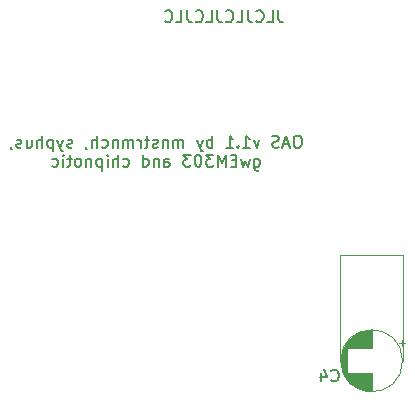
<source format=gbr>
%TF.GenerationSoftware,KiCad,Pcbnew,(6.0.0)*%
%TF.CreationDate,2022-03-19T09:51:22+00:00*%
%TF.ProjectId,open-amiga-samplerV1,6f70656e-2d61-46d6-9967-612d73616d70,rev?*%
%TF.SameCoordinates,Original*%
%TF.FileFunction,Legend,Bot*%
%TF.FilePolarity,Positive*%
%FSLAX46Y46*%
G04 Gerber Fmt 4.6, Leading zero omitted, Abs format (unit mm)*
G04 Created by KiCad (PCBNEW (6.0.0)) date 2022-03-19 09:51:22*
%MOMM*%
%LPD*%
G01*
G04 APERTURE LIST*
%ADD10C,0.120000*%
%ADD11C,0.150000*%
G04 APERTURE END LIST*
D10*
X84390000Y-45533000D02*
X84390000Y-54550000D01*
X79056000Y-45533000D02*
X84390000Y-45533000D01*
X79056000Y-54550000D02*
X79056000Y-45533000D01*
D11*
X73834047Y-24852380D02*
X73834047Y-25566666D01*
X73881666Y-25709523D01*
X73976904Y-25804761D01*
X74119761Y-25852380D01*
X74215000Y-25852380D01*
X72881666Y-25852380D02*
X73357857Y-25852380D01*
X73357857Y-24852380D01*
X71976904Y-25757142D02*
X72024523Y-25804761D01*
X72167380Y-25852380D01*
X72262619Y-25852380D01*
X72405476Y-25804761D01*
X72500714Y-25709523D01*
X72548333Y-25614285D01*
X72595952Y-25423809D01*
X72595952Y-25280952D01*
X72548333Y-25090476D01*
X72500714Y-24995238D01*
X72405476Y-24900000D01*
X72262619Y-24852380D01*
X72167380Y-24852380D01*
X72024523Y-24900000D01*
X71976904Y-24947619D01*
X71262619Y-24852380D02*
X71262619Y-25566666D01*
X71310238Y-25709523D01*
X71405476Y-25804761D01*
X71548333Y-25852380D01*
X71643571Y-25852380D01*
X70310238Y-25852380D02*
X70786428Y-25852380D01*
X70786428Y-24852380D01*
X69405476Y-25757142D02*
X69453095Y-25804761D01*
X69595952Y-25852380D01*
X69691190Y-25852380D01*
X69834047Y-25804761D01*
X69929285Y-25709523D01*
X69976904Y-25614285D01*
X70024523Y-25423809D01*
X70024523Y-25280952D01*
X69976904Y-25090476D01*
X69929285Y-24995238D01*
X69834047Y-24900000D01*
X69691190Y-24852380D01*
X69595952Y-24852380D01*
X69453095Y-24900000D01*
X69405476Y-24947619D01*
X68691190Y-24852380D02*
X68691190Y-25566666D01*
X68738809Y-25709523D01*
X68834047Y-25804761D01*
X68976904Y-25852380D01*
X69072142Y-25852380D01*
X67738809Y-25852380D02*
X68215000Y-25852380D01*
X68215000Y-24852380D01*
X66834047Y-25757142D02*
X66881666Y-25804761D01*
X67024523Y-25852380D01*
X67119761Y-25852380D01*
X67262619Y-25804761D01*
X67357857Y-25709523D01*
X67405476Y-25614285D01*
X67453095Y-25423809D01*
X67453095Y-25280952D01*
X67405476Y-25090476D01*
X67357857Y-24995238D01*
X67262619Y-24900000D01*
X67119761Y-24852380D01*
X67024523Y-24852380D01*
X66881666Y-24900000D01*
X66834047Y-24947619D01*
X66119761Y-24852380D02*
X66119761Y-25566666D01*
X66167380Y-25709523D01*
X66262619Y-25804761D01*
X66405476Y-25852380D01*
X66500714Y-25852380D01*
X65167380Y-25852380D02*
X65643571Y-25852380D01*
X65643571Y-24852380D01*
X64262619Y-25757142D02*
X64310238Y-25804761D01*
X64453095Y-25852380D01*
X64548333Y-25852380D01*
X64691190Y-25804761D01*
X64786428Y-25709523D01*
X64834047Y-25614285D01*
X64881666Y-25423809D01*
X64881666Y-25280952D01*
X64834047Y-25090476D01*
X64786428Y-24995238D01*
X64691190Y-24900000D01*
X64548333Y-24852380D01*
X64453095Y-24852380D01*
X64310238Y-24900000D01*
X64262619Y-24947619D01*
X75571428Y-35477380D02*
X75380952Y-35477380D01*
X75285714Y-35525000D01*
X75190476Y-35620238D01*
X75142857Y-35810714D01*
X75142857Y-36144047D01*
X75190476Y-36334523D01*
X75285714Y-36429761D01*
X75380952Y-36477380D01*
X75571428Y-36477380D01*
X75666666Y-36429761D01*
X75761904Y-36334523D01*
X75809523Y-36144047D01*
X75809523Y-35810714D01*
X75761904Y-35620238D01*
X75666666Y-35525000D01*
X75571428Y-35477380D01*
X74761904Y-36191666D02*
X74285714Y-36191666D01*
X74857142Y-36477380D02*
X74523809Y-35477380D01*
X74190476Y-36477380D01*
X73904761Y-36429761D02*
X73761904Y-36477380D01*
X73523809Y-36477380D01*
X73428571Y-36429761D01*
X73380952Y-36382142D01*
X73333333Y-36286904D01*
X73333333Y-36191666D01*
X73380952Y-36096428D01*
X73428571Y-36048809D01*
X73523809Y-36001190D01*
X73714285Y-35953571D01*
X73809523Y-35905952D01*
X73857142Y-35858333D01*
X73904761Y-35763095D01*
X73904761Y-35667857D01*
X73857142Y-35572619D01*
X73809523Y-35525000D01*
X73714285Y-35477380D01*
X73476190Y-35477380D01*
X73333333Y-35525000D01*
X72238095Y-35810714D02*
X72000000Y-36477380D01*
X71761904Y-35810714D01*
X70857142Y-36477380D02*
X71428571Y-36477380D01*
X71142857Y-36477380D02*
X71142857Y-35477380D01*
X71238095Y-35620238D01*
X71333333Y-35715476D01*
X71428571Y-35763095D01*
X70428571Y-36382142D02*
X70380952Y-36429761D01*
X70428571Y-36477380D01*
X70476190Y-36429761D01*
X70428571Y-36382142D01*
X70428571Y-36477380D01*
X69428571Y-36477380D02*
X70000000Y-36477380D01*
X69714285Y-36477380D02*
X69714285Y-35477380D01*
X69809523Y-35620238D01*
X69904761Y-35715476D01*
X70000000Y-35763095D01*
X68238095Y-36477380D02*
X68238095Y-35477380D01*
X68238095Y-35858333D02*
X68142857Y-35810714D01*
X67952380Y-35810714D01*
X67857142Y-35858333D01*
X67809523Y-35905952D01*
X67761904Y-36001190D01*
X67761904Y-36286904D01*
X67809523Y-36382142D01*
X67857142Y-36429761D01*
X67952380Y-36477380D01*
X68142857Y-36477380D01*
X68238095Y-36429761D01*
X67428571Y-35810714D02*
X67190476Y-36477380D01*
X66952380Y-35810714D02*
X67190476Y-36477380D01*
X67285714Y-36715476D01*
X67333333Y-36763095D01*
X67428571Y-36810714D01*
X65809523Y-36477380D02*
X65809523Y-35810714D01*
X65809523Y-35905952D02*
X65761904Y-35858333D01*
X65666666Y-35810714D01*
X65523809Y-35810714D01*
X65428571Y-35858333D01*
X65380952Y-35953571D01*
X65380952Y-36477380D01*
X65380952Y-35953571D02*
X65333333Y-35858333D01*
X65238095Y-35810714D01*
X65095238Y-35810714D01*
X65000000Y-35858333D01*
X64952380Y-35953571D01*
X64952380Y-36477380D01*
X64476190Y-35810714D02*
X64476190Y-36477380D01*
X64476190Y-35905952D02*
X64428571Y-35858333D01*
X64333333Y-35810714D01*
X64190476Y-35810714D01*
X64095238Y-35858333D01*
X64047619Y-35953571D01*
X64047619Y-36477380D01*
X63619047Y-36429761D02*
X63523809Y-36477380D01*
X63333333Y-36477380D01*
X63238095Y-36429761D01*
X63190476Y-36334523D01*
X63190476Y-36286904D01*
X63238095Y-36191666D01*
X63333333Y-36144047D01*
X63476190Y-36144047D01*
X63571428Y-36096428D01*
X63619047Y-36001190D01*
X63619047Y-35953571D01*
X63571428Y-35858333D01*
X63476190Y-35810714D01*
X63333333Y-35810714D01*
X63238095Y-35858333D01*
X62904761Y-35810714D02*
X62523809Y-35810714D01*
X62761904Y-35477380D02*
X62761904Y-36334523D01*
X62714285Y-36429761D01*
X62619047Y-36477380D01*
X62523809Y-36477380D01*
X62190476Y-36477380D02*
X62190476Y-35810714D01*
X62190476Y-36001190D02*
X62142857Y-35905952D01*
X62095238Y-35858333D01*
X62000000Y-35810714D01*
X61904761Y-35810714D01*
X61571428Y-36477380D02*
X61571428Y-35810714D01*
X61571428Y-35905952D02*
X61523809Y-35858333D01*
X61428571Y-35810714D01*
X61285714Y-35810714D01*
X61190476Y-35858333D01*
X61142857Y-35953571D01*
X61142857Y-36477380D01*
X61142857Y-35953571D02*
X61095238Y-35858333D01*
X61000000Y-35810714D01*
X60857142Y-35810714D01*
X60761904Y-35858333D01*
X60714285Y-35953571D01*
X60714285Y-36477380D01*
X60238095Y-35810714D02*
X60238095Y-36477380D01*
X60238095Y-35905952D02*
X60190476Y-35858333D01*
X60095238Y-35810714D01*
X59952380Y-35810714D01*
X59857142Y-35858333D01*
X59809523Y-35953571D01*
X59809523Y-36477380D01*
X58904761Y-36429761D02*
X59000000Y-36477380D01*
X59190476Y-36477380D01*
X59285714Y-36429761D01*
X59333333Y-36382142D01*
X59380952Y-36286904D01*
X59380952Y-36001190D01*
X59333333Y-35905952D01*
X59285714Y-35858333D01*
X59190476Y-35810714D01*
X59000000Y-35810714D01*
X58904761Y-35858333D01*
X58476190Y-36477380D02*
X58476190Y-35477380D01*
X58047619Y-36477380D02*
X58047619Y-35953571D01*
X58095238Y-35858333D01*
X58190476Y-35810714D01*
X58333333Y-35810714D01*
X58428571Y-35858333D01*
X58476190Y-35905952D01*
X57523809Y-36429761D02*
X57523809Y-36477380D01*
X57571428Y-36572619D01*
X57619047Y-36620238D01*
X56380952Y-36429761D02*
X56285714Y-36477380D01*
X56095238Y-36477380D01*
X56000000Y-36429761D01*
X55952380Y-36334523D01*
X55952380Y-36286904D01*
X56000000Y-36191666D01*
X56095238Y-36144047D01*
X56238095Y-36144047D01*
X56333333Y-36096428D01*
X56380952Y-36001190D01*
X56380952Y-35953571D01*
X56333333Y-35858333D01*
X56238095Y-35810714D01*
X56095238Y-35810714D01*
X56000000Y-35858333D01*
X55619047Y-35810714D02*
X55380952Y-36477380D01*
X55142857Y-35810714D02*
X55380952Y-36477380D01*
X55476190Y-36715476D01*
X55523809Y-36763095D01*
X55619047Y-36810714D01*
X54761904Y-35810714D02*
X54761904Y-36810714D01*
X54761904Y-35858333D02*
X54666666Y-35810714D01*
X54476190Y-35810714D01*
X54380952Y-35858333D01*
X54333333Y-35905952D01*
X54285714Y-36001190D01*
X54285714Y-36286904D01*
X54333333Y-36382142D01*
X54380952Y-36429761D01*
X54476190Y-36477380D01*
X54666666Y-36477380D01*
X54761904Y-36429761D01*
X53857142Y-36477380D02*
X53857142Y-35477380D01*
X53428571Y-36477380D02*
X53428571Y-35953571D01*
X53476190Y-35858333D01*
X53571428Y-35810714D01*
X53714285Y-35810714D01*
X53809523Y-35858333D01*
X53857142Y-35905952D01*
X52523809Y-35810714D02*
X52523809Y-36477380D01*
X52952380Y-35810714D02*
X52952380Y-36334523D01*
X52904761Y-36429761D01*
X52809523Y-36477380D01*
X52666666Y-36477380D01*
X52571428Y-36429761D01*
X52523809Y-36382142D01*
X52095238Y-36429761D02*
X52000000Y-36477380D01*
X51809523Y-36477380D01*
X51714285Y-36429761D01*
X51666666Y-36334523D01*
X51666666Y-36286904D01*
X51714285Y-36191666D01*
X51809523Y-36144047D01*
X51952380Y-36144047D01*
X52047619Y-36096428D01*
X52095238Y-36001190D01*
X52095238Y-35953571D01*
X52047619Y-35858333D01*
X51952380Y-35810714D01*
X51809523Y-35810714D01*
X51714285Y-35858333D01*
X51190476Y-36429761D02*
X51190476Y-36477380D01*
X51238095Y-36572619D01*
X51285714Y-36620238D01*
X71809523Y-37420714D02*
X71809523Y-38230238D01*
X71857142Y-38325476D01*
X71904761Y-38373095D01*
X72000000Y-38420714D01*
X72142857Y-38420714D01*
X72238095Y-38373095D01*
X71809523Y-38039761D02*
X71904761Y-38087380D01*
X72095238Y-38087380D01*
X72190476Y-38039761D01*
X72238095Y-37992142D01*
X72285714Y-37896904D01*
X72285714Y-37611190D01*
X72238095Y-37515952D01*
X72190476Y-37468333D01*
X72095238Y-37420714D01*
X71904761Y-37420714D01*
X71809523Y-37468333D01*
X71428571Y-37420714D02*
X71238095Y-38087380D01*
X71047619Y-37611190D01*
X70857142Y-38087380D01*
X70666666Y-37420714D01*
X70285714Y-37563571D02*
X69952380Y-37563571D01*
X69809523Y-38087380D02*
X70285714Y-38087380D01*
X70285714Y-37087380D01*
X69809523Y-37087380D01*
X69380952Y-38087380D02*
X69380952Y-37087380D01*
X69047619Y-37801666D01*
X68714285Y-37087380D01*
X68714285Y-38087380D01*
X68333333Y-37087380D02*
X67714285Y-37087380D01*
X68047619Y-37468333D01*
X67904761Y-37468333D01*
X67809523Y-37515952D01*
X67761904Y-37563571D01*
X67714285Y-37658809D01*
X67714285Y-37896904D01*
X67761904Y-37992142D01*
X67809523Y-38039761D01*
X67904761Y-38087380D01*
X68190476Y-38087380D01*
X68285714Y-38039761D01*
X68333333Y-37992142D01*
X67095238Y-37087380D02*
X67000000Y-37087380D01*
X66904761Y-37135000D01*
X66857142Y-37182619D01*
X66809523Y-37277857D01*
X66761904Y-37468333D01*
X66761904Y-37706428D01*
X66809523Y-37896904D01*
X66857142Y-37992142D01*
X66904761Y-38039761D01*
X67000000Y-38087380D01*
X67095238Y-38087380D01*
X67190476Y-38039761D01*
X67238095Y-37992142D01*
X67285714Y-37896904D01*
X67333333Y-37706428D01*
X67333333Y-37468333D01*
X67285714Y-37277857D01*
X67238095Y-37182619D01*
X67190476Y-37135000D01*
X67095238Y-37087380D01*
X66428571Y-37087380D02*
X65809523Y-37087380D01*
X66142857Y-37468333D01*
X66000000Y-37468333D01*
X65904761Y-37515952D01*
X65857142Y-37563571D01*
X65809523Y-37658809D01*
X65809523Y-37896904D01*
X65857142Y-37992142D01*
X65904761Y-38039761D01*
X66000000Y-38087380D01*
X66285714Y-38087380D01*
X66380952Y-38039761D01*
X66428571Y-37992142D01*
X64190476Y-38087380D02*
X64190476Y-37563571D01*
X64238095Y-37468333D01*
X64333333Y-37420714D01*
X64523809Y-37420714D01*
X64619047Y-37468333D01*
X64190476Y-38039761D02*
X64285714Y-38087380D01*
X64523809Y-38087380D01*
X64619047Y-38039761D01*
X64666666Y-37944523D01*
X64666666Y-37849285D01*
X64619047Y-37754047D01*
X64523809Y-37706428D01*
X64285714Y-37706428D01*
X64190476Y-37658809D01*
X63714285Y-37420714D02*
X63714285Y-38087380D01*
X63714285Y-37515952D02*
X63666666Y-37468333D01*
X63571428Y-37420714D01*
X63428571Y-37420714D01*
X63333333Y-37468333D01*
X63285714Y-37563571D01*
X63285714Y-38087380D01*
X62380952Y-38087380D02*
X62380952Y-37087380D01*
X62380952Y-38039761D02*
X62476190Y-38087380D01*
X62666666Y-38087380D01*
X62761904Y-38039761D01*
X62809523Y-37992142D01*
X62857142Y-37896904D01*
X62857142Y-37611190D01*
X62809523Y-37515952D01*
X62761904Y-37468333D01*
X62666666Y-37420714D01*
X62476190Y-37420714D01*
X62380952Y-37468333D01*
X60714285Y-38039761D02*
X60809523Y-38087380D01*
X61000000Y-38087380D01*
X61095238Y-38039761D01*
X61142857Y-37992142D01*
X61190476Y-37896904D01*
X61190476Y-37611190D01*
X61142857Y-37515952D01*
X61095238Y-37468333D01*
X61000000Y-37420714D01*
X60809523Y-37420714D01*
X60714285Y-37468333D01*
X60285714Y-38087380D02*
X60285714Y-37087380D01*
X59857142Y-38087380D02*
X59857142Y-37563571D01*
X59904761Y-37468333D01*
X60000000Y-37420714D01*
X60142857Y-37420714D01*
X60238095Y-37468333D01*
X60285714Y-37515952D01*
X59380952Y-38087380D02*
X59380952Y-37420714D01*
X59380952Y-37087380D02*
X59428571Y-37135000D01*
X59380952Y-37182619D01*
X59333333Y-37135000D01*
X59380952Y-37087380D01*
X59380952Y-37182619D01*
X58904761Y-37420714D02*
X58904761Y-38420714D01*
X58904761Y-37468333D02*
X58809523Y-37420714D01*
X58619047Y-37420714D01*
X58523809Y-37468333D01*
X58476190Y-37515952D01*
X58428571Y-37611190D01*
X58428571Y-37896904D01*
X58476190Y-37992142D01*
X58523809Y-38039761D01*
X58619047Y-38087380D01*
X58809523Y-38087380D01*
X58904761Y-38039761D01*
X58000000Y-37420714D02*
X58000000Y-38087380D01*
X58000000Y-37515952D02*
X57952380Y-37468333D01*
X57857142Y-37420714D01*
X57714285Y-37420714D01*
X57619047Y-37468333D01*
X57571428Y-37563571D01*
X57571428Y-38087380D01*
X56952380Y-38087380D02*
X57047619Y-38039761D01*
X57095238Y-37992142D01*
X57142857Y-37896904D01*
X57142857Y-37611190D01*
X57095238Y-37515952D01*
X57047619Y-37468333D01*
X56952380Y-37420714D01*
X56809523Y-37420714D01*
X56714285Y-37468333D01*
X56666666Y-37515952D01*
X56619047Y-37611190D01*
X56619047Y-37896904D01*
X56666666Y-37992142D01*
X56714285Y-38039761D01*
X56809523Y-38087380D01*
X56952380Y-38087380D01*
X56333333Y-37420714D02*
X55952380Y-37420714D01*
X56190476Y-37087380D02*
X56190476Y-37944523D01*
X56142857Y-38039761D01*
X56047619Y-38087380D01*
X55952380Y-38087380D01*
X55619047Y-38087380D02*
X55619047Y-37420714D01*
X55619047Y-37087380D02*
X55666666Y-37135000D01*
X55619047Y-37182619D01*
X55571428Y-37135000D01*
X55619047Y-37087380D01*
X55619047Y-37182619D01*
X54714285Y-38039761D02*
X54809523Y-38087380D01*
X55000000Y-38087380D01*
X55095238Y-38039761D01*
X55142857Y-37992142D01*
X55190476Y-37896904D01*
X55190476Y-37611190D01*
X55142857Y-37515952D01*
X55095238Y-37468333D01*
X55000000Y-37420714D01*
X54809523Y-37420714D01*
X54714285Y-37468333D01*
%TO.C,C4*%
X78333666Y-56177142D02*
X78381285Y-56224761D01*
X78524142Y-56272380D01*
X78619380Y-56272380D01*
X78762238Y-56224761D01*
X78857476Y-56129523D01*
X78905095Y-56034285D01*
X78952714Y-55843809D01*
X78952714Y-55700952D01*
X78905095Y-55510476D01*
X78857476Y-55415238D01*
X78762238Y-55320000D01*
X78619380Y-55272380D01*
X78524142Y-55272380D01*
X78381285Y-55320000D01*
X78333666Y-55367619D01*
X77476523Y-55605714D02*
X77476523Y-56272380D01*
X77714619Y-55224761D02*
X77952714Y-55939047D01*
X77333666Y-55939047D01*
D10*
X80778000Y-52130499D02*
X80778000Y-53488499D01*
X80098000Y-52524499D02*
X80098000Y-53488499D01*
X80538000Y-52238499D02*
X80538000Y-53488499D01*
X81059000Y-55568499D02*
X81059000Y-57019499D01*
X79938000Y-52664499D02*
X79938000Y-53488499D01*
X80058000Y-55568499D02*
X80058000Y-56499499D01*
X81419000Y-55568499D02*
X81419000Y-57089499D01*
X80498000Y-52260499D02*
X80498000Y-53488499D01*
X80978000Y-52060499D02*
X80978000Y-53488499D01*
X80338000Y-52353499D02*
X80338000Y-53488499D01*
X80698000Y-52163499D02*
X80698000Y-53488499D01*
X80418000Y-55568499D02*
X80418000Y-56752499D01*
X79778000Y-55568499D02*
X79778000Y-56227499D01*
X79978000Y-52627499D02*
X79978000Y-53488499D01*
X79858000Y-52743499D02*
X79858000Y-53488499D01*
X80538000Y-55568499D02*
X80538000Y-56818499D01*
X81018000Y-55568499D02*
X81018000Y-57008499D01*
X79578000Y-53085499D02*
X79578000Y-55971499D01*
X80378000Y-52328499D02*
X80378000Y-53488499D01*
X81219000Y-52000499D02*
X81219000Y-53488499D01*
X81699000Y-51948499D02*
X81699000Y-53488499D01*
X80658000Y-52180499D02*
X80658000Y-53488499D01*
X79818000Y-55568499D02*
X79818000Y-56271499D01*
X81299000Y-51985499D02*
X81299000Y-53488499D01*
X80938000Y-52073499D02*
X80938000Y-53488499D01*
X80938000Y-55568499D02*
X80938000Y-56983499D01*
X81699000Y-55568499D02*
X81699000Y-57108499D01*
X79858000Y-55568499D02*
X79858000Y-56313499D01*
X79178000Y-54010499D02*
X79178000Y-55046499D01*
X80818000Y-52114499D02*
X80818000Y-53488499D01*
X81379000Y-55568499D02*
X81379000Y-57084499D01*
X79698000Y-52923499D02*
X79698000Y-56133499D01*
X81219000Y-55568499D02*
X81219000Y-57056499D01*
X80298000Y-52379499D02*
X80298000Y-53488499D01*
X81179000Y-55568499D02*
X81179000Y-57048499D01*
X81659000Y-51949499D02*
X81659000Y-53488499D01*
X80178000Y-55568499D02*
X80178000Y-56593499D01*
X81379000Y-51972499D02*
X81379000Y-53488499D01*
X80578000Y-55568499D02*
X80578000Y-56838499D01*
X81339000Y-55568499D02*
X81339000Y-57078499D01*
X81499000Y-55568499D02*
X81499000Y-57097499D01*
X81539000Y-51955499D02*
X81539000Y-53488499D01*
X81139000Y-55568499D02*
X81139000Y-57039499D01*
X80458000Y-52281499D02*
X80458000Y-53488499D01*
X80218000Y-55568499D02*
X80218000Y-56623499D01*
X79218000Y-53851499D02*
X79218000Y-55205499D01*
X79338000Y-53517499D02*
X79338000Y-55539499D01*
X80978000Y-55568499D02*
X80978000Y-56996499D01*
X80738000Y-55568499D02*
X80738000Y-56910499D01*
X79818000Y-52785499D02*
X79818000Y-53488499D01*
X80738000Y-52146499D02*
X80738000Y-53488499D01*
X80138000Y-55568499D02*
X80138000Y-56563499D01*
X80778000Y-55568499D02*
X80778000Y-56926499D01*
X84293775Y-52803499D02*
X84293775Y-53303499D01*
X80898000Y-52086499D02*
X80898000Y-53488499D01*
X79498000Y-53209499D02*
X79498000Y-55847499D01*
X80658000Y-55568499D02*
X80658000Y-56876499D01*
X81339000Y-51978499D02*
X81339000Y-53488499D01*
X81059000Y-52037499D02*
X81059000Y-53488499D01*
X81659000Y-55568499D02*
X81659000Y-57107499D01*
X79538000Y-53145499D02*
X79538000Y-55911499D01*
X81099000Y-55568499D02*
X81099000Y-57029499D01*
X81579000Y-51952499D02*
X81579000Y-53488499D01*
X80018000Y-55568499D02*
X80018000Y-56465499D01*
X79938000Y-55568499D02*
X79938000Y-56392499D01*
X80578000Y-52218499D02*
X80578000Y-53488499D01*
X80378000Y-55568499D02*
X80378000Y-56728499D01*
X80338000Y-55568499D02*
X80338000Y-56703499D01*
X79618000Y-53028499D02*
X79618000Y-56028499D01*
X81419000Y-51967499D02*
X81419000Y-53488499D01*
X81139000Y-52017499D02*
X81139000Y-53488499D01*
X79458000Y-53277499D02*
X79458000Y-55779499D01*
X80618000Y-55568499D02*
X80618000Y-56857499D01*
X81619000Y-51950499D02*
X81619000Y-53488499D01*
X80258000Y-55568499D02*
X80258000Y-56650499D01*
X79658000Y-52974499D02*
X79658000Y-56082499D01*
X80858000Y-55568499D02*
X80858000Y-56956499D01*
X80218000Y-52433499D02*
X80218000Y-53488499D01*
X79778000Y-52829499D02*
X79778000Y-53488499D01*
X81459000Y-51963499D02*
X81459000Y-53488499D01*
X81739000Y-51948499D02*
X81739000Y-53488499D01*
X79738000Y-52875499D02*
X79738000Y-53488499D01*
X79738000Y-55568499D02*
X79738000Y-56181499D01*
X81259000Y-51992499D02*
X81259000Y-53488499D01*
X80138000Y-52493499D02*
X80138000Y-53488499D01*
X79258000Y-53723499D02*
X79258000Y-55333499D01*
X81018000Y-52048499D02*
X81018000Y-53488499D01*
X80018000Y-52591499D02*
X80018000Y-53488499D01*
X80618000Y-52199499D02*
X80618000Y-53488499D01*
X81619000Y-55568499D02*
X81619000Y-57106499D01*
X79898000Y-52702499D02*
X79898000Y-53488499D01*
X80418000Y-52304499D02*
X80418000Y-53488499D01*
X81579000Y-55568499D02*
X81579000Y-57104499D01*
X79138000Y-54244499D02*
X79138000Y-54812499D01*
X81099000Y-52027499D02*
X81099000Y-53488499D01*
X79418000Y-53350499D02*
X79418000Y-55706499D01*
X80818000Y-55568499D02*
X80818000Y-56942499D01*
X81259000Y-55568499D02*
X81259000Y-57064499D01*
X81539000Y-55568499D02*
X81539000Y-57101499D01*
X80178000Y-52463499D02*
X80178000Y-53488499D01*
X80698000Y-55568499D02*
X80698000Y-56893499D01*
X80258000Y-52406499D02*
X80258000Y-53488499D01*
X80098000Y-55568499D02*
X80098000Y-56532499D01*
X80058000Y-52557499D02*
X80058000Y-53488499D01*
X79298000Y-53613499D02*
X79298000Y-55443499D01*
X80898000Y-55568499D02*
X80898000Y-56970499D01*
X81739000Y-55568499D02*
X81739000Y-57108499D01*
X79978000Y-55568499D02*
X79978000Y-56429499D01*
X80498000Y-55568499D02*
X80498000Y-56796499D01*
X80858000Y-52100499D02*
X80858000Y-53488499D01*
X81179000Y-52008499D02*
X81179000Y-53488499D01*
X80298000Y-55568499D02*
X80298000Y-56677499D01*
X79378000Y-53430499D02*
X79378000Y-55626499D01*
X81459000Y-55568499D02*
X81459000Y-57093499D01*
X81299000Y-55568499D02*
X81299000Y-57071499D01*
X84543775Y-53053499D02*
X84043775Y-53053499D01*
X79898000Y-55568499D02*
X79898000Y-56354499D01*
X80458000Y-55568499D02*
X80458000Y-56775499D01*
X81499000Y-51959499D02*
X81499000Y-53488499D01*
X84359000Y-54528499D02*
G75*
G03*
X84359000Y-54528499I-2620000J0D01*
G01*
%TD*%
M02*

</source>
